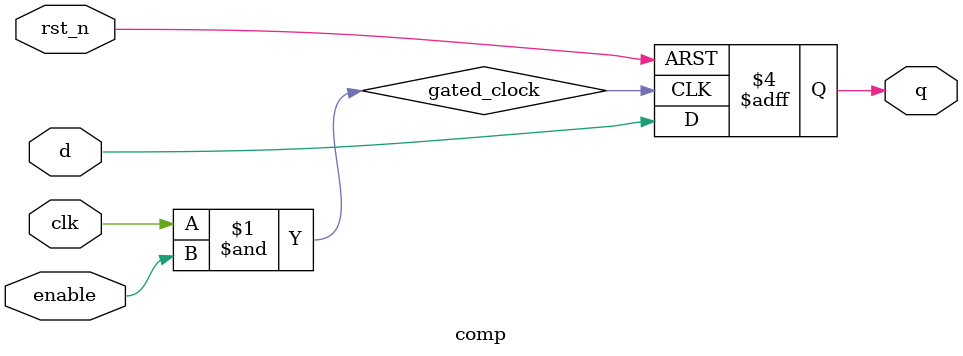
<source format=v>
module comp(rst_n, enable, clk, q, d);
    input d, rst_n, clk, enable;
    output q;
    
    wire d, rst_n, clk, enable;
    reg q;
    
    assign gated_clock = clk & enable;
    always @(posedge gated_clock or negedge rst_n) begin
        if (!rst_n) begin
                q <= 10'd0;
        end
        else begin
                q <= d;
        end
    end

endmodule
</source>
